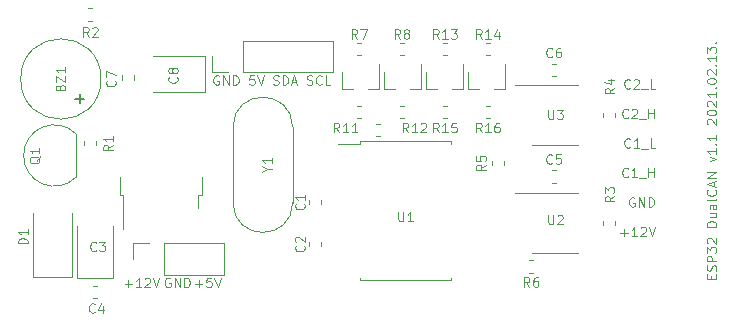
<source format=gto>
%TF.GenerationSoftware,KiCad,Pcbnew,(5.1.5)-3*%
%TF.CreationDate,2021-02-13T19:55:16+01:00*%
%TF.ProjectId,PSACANBridgeHW_v11,50534156-616e-4436-916e-427269646765,rev?*%
%TF.SameCoordinates,Original*%
%TF.FileFunction,Legend,Top*%
%TF.FilePolarity,Positive*%
%FSLAX46Y46*%
G04 Gerber Fmt 4.6, Leading zero omitted, Abs format (unit mm)*
G04 Created by KiCad (PCBNEW (5.1.5)-3) date 2021-02-13 19:55:16*
%MOMM*%
%LPD*%
G04 APERTURE LIST*
%ADD10C,0.100000*%
%ADD11C,0.120000*%
%ADD12C,0.150000*%
G04 APERTURE END LIST*
D10*
X134073976Y-122663000D02*
X133997785Y-122624904D01*
X133883500Y-122624904D01*
X133769214Y-122663000D01*
X133693023Y-122739190D01*
X133654928Y-122815380D01*
X133616833Y-122967761D01*
X133616833Y-123082047D01*
X133654928Y-123234428D01*
X133693023Y-123310619D01*
X133769214Y-123386809D01*
X133883500Y-123424904D01*
X133959690Y-123424904D01*
X134073976Y-123386809D01*
X134112071Y-123348714D01*
X134112071Y-123082047D01*
X133959690Y-123082047D01*
X134454928Y-123424904D02*
X134454928Y-122624904D01*
X134912071Y-123424904D01*
X134912071Y-122624904D01*
X135293023Y-123424904D02*
X135293023Y-122624904D01*
X135483500Y-122624904D01*
X135597785Y-122663000D01*
X135673976Y-122739190D01*
X135712071Y-122815380D01*
X135750166Y-122967761D01*
X135750166Y-123082047D01*
X135712071Y-123234428D01*
X135673976Y-123310619D01*
X135597785Y-123386809D01*
X135483500Y-123424904D01*
X135293023Y-123424904D01*
X137071126Y-122624904D02*
X136690173Y-122624904D01*
X136652078Y-123005857D01*
X136690173Y-122967761D01*
X136766364Y-122929666D01*
X136956840Y-122929666D01*
X137033030Y-122967761D01*
X137071126Y-123005857D01*
X137109221Y-123082047D01*
X137109221Y-123272523D01*
X137071126Y-123348714D01*
X137033030Y-123386809D01*
X136956840Y-123424904D01*
X136766364Y-123424904D01*
X136690173Y-123386809D01*
X136652078Y-123348714D01*
X137337792Y-122624904D02*
X137604459Y-123424904D01*
X137871126Y-122624904D01*
X132067428Y-140265142D02*
X132676952Y-140265142D01*
X132372190Y-140569904D02*
X132372190Y-139960380D01*
X133438857Y-139769904D02*
X133057904Y-139769904D01*
X133019809Y-140150857D01*
X133057904Y-140112761D01*
X133134095Y-140074666D01*
X133324571Y-140074666D01*
X133400761Y-140112761D01*
X133438857Y-140150857D01*
X133476952Y-140227047D01*
X133476952Y-140417523D01*
X133438857Y-140493714D01*
X133400761Y-140531809D01*
X133324571Y-140569904D01*
X133134095Y-140569904D01*
X133057904Y-140531809D01*
X133019809Y-140493714D01*
X133705523Y-139769904D02*
X133972190Y-140569904D01*
X134238857Y-139769904D01*
X129946476Y-139808000D02*
X129870285Y-139769904D01*
X129756000Y-139769904D01*
X129641714Y-139808000D01*
X129565523Y-139884190D01*
X129527428Y-139960380D01*
X129489333Y-140112761D01*
X129489333Y-140227047D01*
X129527428Y-140379428D01*
X129565523Y-140455619D01*
X129641714Y-140531809D01*
X129756000Y-140569904D01*
X129832190Y-140569904D01*
X129946476Y-140531809D01*
X129984571Y-140493714D01*
X129984571Y-140227047D01*
X129832190Y-140227047D01*
X130327428Y-140569904D02*
X130327428Y-139769904D01*
X130784571Y-140569904D01*
X130784571Y-139769904D01*
X131165523Y-140569904D02*
X131165523Y-139769904D01*
X131356000Y-139769904D01*
X131470285Y-139808000D01*
X131546476Y-139884190D01*
X131584571Y-139960380D01*
X131622666Y-140112761D01*
X131622666Y-140227047D01*
X131584571Y-140379428D01*
X131546476Y-140455619D01*
X131470285Y-140531809D01*
X131356000Y-140569904D01*
X131165523Y-140569904D01*
X126098476Y-140265142D02*
X126708000Y-140265142D01*
X126403238Y-140569904D02*
X126403238Y-139960380D01*
X127508000Y-140569904D02*
X127050857Y-140569904D01*
X127279428Y-140569904D02*
X127279428Y-139769904D01*
X127203238Y-139884190D01*
X127127047Y-139960380D01*
X127050857Y-139998476D01*
X127812761Y-139846095D02*
X127850857Y-139808000D01*
X127927047Y-139769904D01*
X128117523Y-139769904D01*
X128193714Y-139808000D01*
X128231809Y-139846095D01*
X128269904Y-139922285D01*
X128269904Y-139998476D01*
X128231809Y-140112761D01*
X127774666Y-140569904D01*
X128269904Y-140569904D01*
X128498476Y-139769904D02*
X128765142Y-140569904D01*
X129031809Y-139769904D01*
X168072000Y-135947142D02*
X168681524Y-135947142D01*
X168376762Y-136251904D02*
X168376762Y-135642380D01*
X169481524Y-136251904D02*
X169024381Y-136251904D01*
X169252952Y-136251904D02*
X169252952Y-135451904D01*
X169176762Y-135566190D01*
X169100571Y-135642380D01*
X169024381Y-135680476D01*
X169786285Y-135528095D02*
X169824381Y-135490000D01*
X169900571Y-135451904D01*
X170091047Y-135451904D01*
X170167238Y-135490000D01*
X170205333Y-135528095D01*
X170243428Y-135604285D01*
X170243428Y-135680476D01*
X170205333Y-135794761D01*
X169748190Y-136251904D01*
X170243428Y-136251904D01*
X170472000Y-135451904D02*
X170738666Y-136251904D01*
X171005333Y-135451904D01*
X169252952Y-132988100D02*
X169176761Y-132950004D01*
X169062476Y-132950004D01*
X168948190Y-132988100D01*
X168871999Y-133064290D01*
X168833904Y-133140480D01*
X168795809Y-133292861D01*
X168795809Y-133407147D01*
X168833904Y-133559528D01*
X168871999Y-133635719D01*
X168948190Y-133711909D01*
X169062476Y-133750004D01*
X169138666Y-133750004D01*
X169252952Y-133711909D01*
X169291047Y-133673814D01*
X169291047Y-133407147D01*
X169138666Y-133407147D01*
X169633904Y-133750004D02*
X169633904Y-132950004D01*
X170091047Y-133750004D01*
X170091047Y-132950004D01*
X170471999Y-133750004D02*
X170471999Y-132950004D01*
X170662476Y-132950004D01*
X170776761Y-132988100D01*
X170852952Y-133064290D01*
X170891047Y-133140480D01*
X170929142Y-133292861D01*
X170929142Y-133407147D01*
X170891047Y-133559528D01*
X170852952Y-133635719D01*
X170776761Y-133711909D01*
X170662476Y-133750004D01*
X170471999Y-133750004D01*
X168719619Y-131171914D02*
X168681523Y-131210009D01*
X168567238Y-131248104D01*
X168491047Y-131248104D01*
X168376762Y-131210009D01*
X168300571Y-131133819D01*
X168262476Y-131057628D01*
X168224381Y-130905247D01*
X168224381Y-130790961D01*
X168262476Y-130638580D01*
X168300571Y-130562390D01*
X168376762Y-130486200D01*
X168491047Y-130448104D01*
X168567238Y-130448104D01*
X168681523Y-130486200D01*
X168719619Y-130524295D01*
X169481523Y-131248104D02*
X169024381Y-131248104D01*
X169252952Y-131248104D02*
X169252952Y-130448104D01*
X169176762Y-130562390D01*
X169100571Y-130638580D01*
X169024381Y-130676676D01*
X169633904Y-131324295D02*
X170243428Y-131324295D01*
X170433904Y-131248104D02*
X170433904Y-130448104D01*
X170433904Y-130829057D02*
X170891047Y-130829057D01*
X170891047Y-131248104D02*
X170891047Y-130448104D01*
X168910095Y-128670014D02*
X168872000Y-128708109D01*
X168757714Y-128746204D01*
X168681523Y-128746204D01*
X168567238Y-128708109D01*
X168491047Y-128631919D01*
X168452952Y-128555728D01*
X168414857Y-128403347D01*
X168414857Y-128289061D01*
X168452952Y-128136680D01*
X168491047Y-128060490D01*
X168567238Y-127984300D01*
X168681523Y-127946204D01*
X168757714Y-127946204D01*
X168872000Y-127984300D01*
X168910095Y-128022395D01*
X169672000Y-128746204D02*
X169214857Y-128746204D01*
X169443428Y-128746204D02*
X169443428Y-127946204D01*
X169367238Y-128060490D01*
X169291047Y-128136680D01*
X169214857Y-128174776D01*
X169824380Y-128822395D02*
X170433904Y-128822395D01*
X171005333Y-128746204D02*
X170624380Y-128746204D01*
X170624380Y-127946204D01*
X168719619Y-126168114D02*
X168681523Y-126206209D01*
X168567238Y-126244304D01*
X168491047Y-126244304D01*
X168376762Y-126206209D01*
X168300571Y-126130019D01*
X168262476Y-126053828D01*
X168224381Y-125901447D01*
X168224381Y-125787161D01*
X168262476Y-125634780D01*
X168300571Y-125558590D01*
X168376762Y-125482400D01*
X168491047Y-125444304D01*
X168567238Y-125444304D01*
X168681523Y-125482400D01*
X168719619Y-125520495D01*
X169024381Y-125520495D02*
X169062476Y-125482400D01*
X169138666Y-125444304D01*
X169329142Y-125444304D01*
X169405333Y-125482400D01*
X169443428Y-125520495D01*
X169481523Y-125596685D01*
X169481523Y-125672876D01*
X169443428Y-125787161D01*
X168986285Y-126244304D01*
X169481523Y-126244304D01*
X169633904Y-126320495D02*
X170243428Y-126320495D01*
X170433904Y-126244304D02*
X170433904Y-125444304D01*
X170433904Y-125825257D02*
X170891047Y-125825257D01*
X170891047Y-126244304D02*
X170891047Y-125444304D01*
X168910095Y-123666214D02*
X168872000Y-123704309D01*
X168757714Y-123742404D01*
X168681523Y-123742404D01*
X168567238Y-123704309D01*
X168491047Y-123628119D01*
X168452952Y-123551928D01*
X168414857Y-123399547D01*
X168414857Y-123285261D01*
X168452952Y-123132880D01*
X168491047Y-123056690D01*
X168567238Y-122980500D01*
X168681523Y-122942404D01*
X168757714Y-122942404D01*
X168872000Y-122980500D01*
X168910095Y-123018595D01*
X169214857Y-123018595D02*
X169252952Y-122980500D01*
X169329142Y-122942404D01*
X169519619Y-122942404D01*
X169595809Y-122980500D01*
X169633904Y-123018595D01*
X169672000Y-123094785D01*
X169672000Y-123170976D01*
X169633904Y-123285261D01*
X169176761Y-123742404D01*
X169672000Y-123742404D01*
X169824380Y-123818595D02*
X170433904Y-123818595D01*
X171005333Y-123742404D02*
X170624380Y-123742404D01*
X170624380Y-122942404D01*
X141541619Y-123386809D02*
X141655904Y-123424904D01*
X141846380Y-123424904D01*
X141922571Y-123386809D01*
X141960666Y-123348714D01*
X141998761Y-123272523D01*
X141998761Y-123196333D01*
X141960666Y-123120142D01*
X141922571Y-123082047D01*
X141846380Y-123043952D01*
X141694000Y-123005857D01*
X141617809Y-122967761D01*
X141579714Y-122929666D01*
X141541619Y-122853476D01*
X141541619Y-122777285D01*
X141579714Y-122701095D01*
X141617809Y-122663000D01*
X141694000Y-122624904D01*
X141884476Y-122624904D01*
X141998761Y-122663000D01*
X142798761Y-123348714D02*
X142760666Y-123386809D01*
X142646380Y-123424904D01*
X142570190Y-123424904D01*
X142455904Y-123386809D01*
X142379714Y-123310619D01*
X142341619Y-123234428D01*
X142303523Y-123082047D01*
X142303523Y-122967761D01*
X142341619Y-122815380D01*
X142379714Y-122739190D01*
X142455904Y-122663000D01*
X142570190Y-122624904D01*
X142646380Y-122624904D01*
X142760666Y-122663000D01*
X142798761Y-122701095D01*
X143522571Y-123424904D02*
X143141619Y-123424904D01*
X143141619Y-122624904D01*
X138696847Y-123386809D02*
X138811133Y-123424904D01*
X139001609Y-123424904D01*
X139077799Y-123386809D01*
X139115895Y-123348714D01*
X139153990Y-123272523D01*
X139153990Y-123196333D01*
X139115895Y-123120142D01*
X139077799Y-123082047D01*
X139001609Y-123043952D01*
X138849228Y-123005857D01*
X138773037Y-122967761D01*
X138734942Y-122929666D01*
X138696847Y-122853476D01*
X138696847Y-122777285D01*
X138734942Y-122701095D01*
X138773037Y-122663000D01*
X138849228Y-122624904D01*
X139039704Y-122624904D01*
X139153990Y-122663000D01*
X139496847Y-123424904D02*
X139496847Y-122624904D01*
X139687323Y-122624904D01*
X139801609Y-122663000D01*
X139877799Y-122739190D01*
X139915895Y-122815380D01*
X139953990Y-122967761D01*
X139953990Y-123082047D01*
X139915895Y-123234428D01*
X139877799Y-123310619D01*
X139801609Y-123386809D01*
X139687323Y-123424904D01*
X139496847Y-123424904D01*
X140258752Y-123196333D02*
X140639704Y-123196333D01*
X140182561Y-123424904D02*
X140449228Y-122624904D01*
X140715895Y-123424904D01*
X175774357Y-139857500D02*
X175774357Y-139590833D01*
X176193404Y-139476547D02*
X176193404Y-139857500D01*
X175393404Y-139857500D01*
X175393404Y-139476547D01*
X176155309Y-139171785D02*
X176193404Y-139057500D01*
X176193404Y-138867023D01*
X176155309Y-138790833D01*
X176117214Y-138752738D01*
X176041023Y-138714642D01*
X175964833Y-138714642D01*
X175888642Y-138752738D01*
X175850547Y-138790833D01*
X175812452Y-138867023D01*
X175774357Y-139019404D01*
X175736261Y-139095595D01*
X175698166Y-139133690D01*
X175621976Y-139171785D01*
X175545785Y-139171785D01*
X175469595Y-139133690D01*
X175431500Y-139095595D01*
X175393404Y-139019404D01*
X175393404Y-138828928D01*
X175431500Y-138714642D01*
X176193404Y-138371785D02*
X175393404Y-138371785D01*
X175393404Y-138067023D01*
X175431500Y-137990833D01*
X175469595Y-137952738D01*
X175545785Y-137914642D01*
X175660071Y-137914642D01*
X175736261Y-137952738D01*
X175774357Y-137990833D01*
X175812452Y-138067023D01*
X175812452Y-138371785D01*
X175393404Y-137647976D02*
X175393404Y-137152738D01*
X175698166Y-137419404D01*
X175698166Y-137305119D01*
X175736261Y-137228928D01*
X175774357Y-137190833D01*
X175850547Y-137152738D01*
X176041023Y-137152738D01*
X176117214Y-137190833D01*
X176155309Y-137228928D01*
X176193404Y-137305119D01*
X176193404Y-137533690D01*
X176155309Y-137609880D01*
X176117214Y-137647976D01*
X175469595Y-136847976D02*
X175431500Y-136809880D01*
X175393404Y-136733690D01*
X175393404Y-136543214D01*
X175431500Y-136467023D01*
X175469595Y-136428928D01*
X175545785Y-136390833D01*
X175621976Y-136390833D01*
X175736261Y-136428928D01*
X176193404Y-136886071D01*
X176193404Y-136390833D01*
X176193404Y-135438452D02*
X175393404Y-135438452D01*
X175393404Y-135247976D01*
X175431500Y-135133690D01*
X175507690Y-135057500D01*
X175583880Y-135019404D01*
X175736261Y-134981309D01*
X175850547Y-134981309D01*
X176002928Y-135019404D01*
X176079119Y-135057500D01*
X176155309Y-135133690D01*
X176193404Y-135247976D01*
X176193404Y-135438452D01*
X175660071Y-134295595D02*
X176193404Y-134295595D01*
X175660071Y-134638452D02*
X176079119Y-134638452D01*
X176155309Y-134600357D01*
X176193404Y-134524166D01*
X176193404Y-134409880D01*
X176155309Y-134333690D01*
X176117214Y-134295595D01*
X176193404Y-133571785D02*
X175774357Y-133571785D01*
X175698166Y-133609880D01*
X175660071Y-133686071D01*
X175660071Y-133838452D01*
X175698166Y-133914642D01*
X176155309Y-133571785D02*
X176193404Y-133647976D01*
X176193404Y-133838452D01*
X176155309Y-133914642D01*
X176079119Y-133952738D01*
X176002928Y-133952738D01*
X175926738Y-133914642D01*
X175888642Y-133838452D01*
X175888642Y-133647976D01*
X175850547Y-133571785D01*
X176193404Y-133076547D02*
X176155309Y-133152738D01*
X176079119Y-133190833D01*
X175393404Y-133190833D01*
X176117214Y-132314642D02*
X176155309Y-132352738D01*
X176193404Y-132467023D01*
X176193404Y-132543214D01*
X176155309Y-132657500D01*
X176079119Y-132733690D01*
X176002928Y-132771785D01*
X175850547Y-132809880D01*
X175736261Y-132809880D01*
X175583880Y-132771785D01*
X175507690Y-132733690D01*
X175431500Y-132657500D01*
X175393404Y-132543214D01*
X175393404Y-132467023D01*
X175431500Y-132352738D01*
X175469595Y-132314642D01*
X175964833Y-132009880D02*
X175964833Y-131628928D01*
X176193404Y-132086071D02*
X175393404Y-131819404D01*
X176193404Y-131552738D01*
X176193404Y-131286071D02*
X175393404Y-131286071D01*
X176193404Y-130828928D01*
X175393404Y-130828928D01*
X175660071Y-129914642D02*
X176193404Y-129724166D01*
X175660071Y-129533690D01*
X176193404Y-128809880D02*
X176193404Y-129267023D01*
X176193404Y-129038452D02*
X175393404Y-129038452D01*
X175507690Y-129114642D01*
X175583880Y-129190833D01*
X175621976Y-129267023D01*
X176117214Y-128467023D02*
X176155309Y-128428928D01*
X176193404Y-128467023D01*
X176155309Y-128505119D01*
X176117214Y-128467023D01*
X176193404Y-128467023D01*
X176193404Y-127667023D02*
X176193404Y-128124166D01*
X176193404Y-127895595D02*
X175393404Y-127895595D01*
X175507690Y-127971785D01*
X175583880Y-128047976D01*
X175621976Y-128124166D01*
X175469595Y-126752738D02*
X175431500Y-126714642D01*
X175393404Y-126638452D01*
X175393404Y-126447976D01*
X175431500Y-126371785D01*
X175469595Y-126333690D01*
X175545785Y-126295595D01*
X175621976Y-126295595D01*
X175736261Y-126333690D01*
X176193404Y-126790833D01*
X176193404Y-126295595D01*
X175393404Y-125800357D02*
X175393404Y-125724166D01*
X175431500Y-125647976D01*
X175469595Y-125609880D01*
X175545785Y-125571785D01*
X175698166Y-125533690D01*
X175888642Y-125533690D01*
X176041023Y-125571785D01*
X176117214Y-125609880D01*
X176155309Y-125647976D01*
X176193404Y-125724166D01*
X176193404Y-125800357D01*
X176155309Y-125876547D01*
X176117214Y-125914642D01*
X176041023Y-125952738D01*
X175888642Y-125990833D01*
X175698166Y-125990833D01*
X175545785Y-125952738D01*
X175469595Y-125914642D01*
X175431500Y-125876547D01*
X175393404Y-125800357D01*
X175469595Y-125228928D02*
X175431500Y-125190833D01*
X175393404Y-125114642D01*
X175393404Y-124924166D01*
X175431500Y-124847976D01*
X175469595Y-124809880D01*
X175545785Y-124771785D01*
X175621976Y-124771785D01*
X175736261Y-124809880D01*
X176193404Y-125267023D01*
X176193404Y-124771785D01*
X176193404Y-124009880D02*
X176193404Y-124467023D01*
X176193404Y-124238452D02*
X175393404Y-124238452D01*
X175507690Y-124314642D01*
X175583880Y-124390833D01*
X175621976Y-124467023D01*
X176117214Y-123667023D02*
X176155309Y-123628928D01*
X176193404Y-123667023D01*
X176155309Y-123705119D01*
X176117214Y-123667023D01*
X176193404Y-123667023D01*
X175393404Y-123133690D02*
X175393404Y-123057500D01*
X175431500Y-122981309D01*
X175469595Y-122943214D01*
X175545785Y-122905119D01*
X175698166Y-122867023D01*
X175888642Y-122867023D01*
X176041023Y-122905119D01*
X176117214Y-122943214D01*
X176155309Y-122981309D01*
X176193404Y-123057500D01*
X176193404Y-123133690D01*
X176155309Y-123209880D01*
X176117214Y-123247976D01*
X176041023Y-123286071D01*
X175888642Y-123324166D01*
X175698166Y-123324166D01*
X175545785Y-123286071D01*
X175469595Y-123247976D01*
X175431500Y-123209880D01*
X175393404Y-123133690D01*
X175469595Y-122562261D02*
X175431500Y-122524166D01*
X175393404Y-122447976D01*
X175393404Y-122257500D01*
X175431500Y-122181309D01*
X175469595Y-122143214D01*
X175545785Y-122105119D01*
X175621976Y-122105119D01*
X175736261Y-122143214D01*
X176193404Y-122600357D01*
X176193404Y-122105119D01*
X176117214Y-121762261D02*
X176155309Y-121724166D01*
X176193404Y-121762261D01*
X176155309Y-121800357D01*
X176117214Y-121762261D01*
X176193404Y-121762261D01*
X176193404Y-120962261D02*
X176193404Y-121419404D01*
X176193404Y-121190833D02*
X175393404Y-121190833D01*
X175507690Y-121267023D01*
X175583880Y-121343214D01*
X175621976Y-121419404D01*
X175393404Y-120695595D02*
X175393404Y-120200357D01*
X175698166Y-120467023D01*
X175698166Y-120352738D01*
X175736261Y-120276547D01*
X175774357Y-120238452D01*
X175850547Y-120200357D01*
X176041023Y-120200357D01*
X176117214Y-120238452D01*
X176155309Y-120276547D01*
X176193404Y-120352738D01*
X176193404Y-120581309D01*
X176155309Y-120657500D01*
X176117214Y-120695595D01*
X176117214Y-119857500D02*
X176155309Y-119819404D01*
X176193404Y-119857500D01*
X176155309Y-119895595D01*
X176117214Y-119857500D01*
X176193404Y-119857500D01*
D11*
X160338733Y-139321000D02*
X160681267Y-139321000D01*
X160338733Y-138301000D02*
X160681267Y-138301000D01*
X133480500Y-122361000D02*
X133480500Y-121031000D01*
X134810500Y-122361000D02*
X133480500Y-122361000D01*
X136080500Y-122361000D02*
X136080500Y-119701000D01*
X136080500Y-119701000D02*
X143760500Y-119701000D01*
X136080500Y-122361000D02*
X143760500Y-122361000D01*
X143760500Y-122361000D02*
X143760500Y-119701000D01*
X162261733Y-131701000D02*
X162604267Y-131701000D01*
X162261733Y-130681000D02*
X162604267Y-130681000D01*
X146000000Y-128472000D02*
X144185000Y-128472000D01*
X146000000Y-128227000D02*
X146000000Y-128472000D01*
X149860000Y-128227000D02*
X146000000Y-128227000D01*
X153720000Y-128227000D02*
X153720000Y-128472000D01*
X149860000Y-128227000D02*
X153720000Y-128227000D01*
X146000000Y-139997000D02*
X146000000Y-139752000D01*
X149860000Y-139997000D02*
X146000000Y-139997000D01*
X153720000Y-139997000D02*
X153720000Y-139752000D01*
X149860000Y-139997000D02*
X153720000Y-139997000D01*
X147402733Y-127764000D02*
X147745267Y-127764000D01*
X147402733Y-126744000D02*
X147745267Y-126744000D01*
X158244000Y-130219267D02*
X158244000Y-129876733D01*
X157224000Y-130219267D02*
X157224000Y-129876733D01*
X162560000Y-132568000D02*
X159110000Y-132568000D01*
X162560000Y-132568000D02*
X164510000Y-132568000D01*
X162560000Y-137688000D02*
X160610000Y-137688000D01*
X162560000Y-137688000D02*
X164510000Y-137688000D01*
X162560000Y-123424000D02*
X159110000Y-123424000D01*
X162560000Y-123424000D02*
X164510000Y-123424000D01*
X162560000Y-128544000D02*
X160610000Y-128544000D01*
X162560000Y-128544000D02*
X164510000Y-128544000D01*
X135270000Y-127002000D02*
X135270000Y-133402000D01*
X140320000Y-127002000D02*
X140320000Y-133402000D01*
X135270000Y-133402000D02*
G75*
G03X140320000Y-133402000I2525000J0D01*
G01*
X135270000Y-127002000D02*
G75*
G02X140320000Y-127002000I2525000J0D01*
G01*
X132339000Y-132772000D02*
X132339000Y-133872000D01*
X132609000Y-132772000D02*
X132339000Y-132772000D01*
X132609000Y-131272000D02*
X132609000Y-132772000D01*
X125979000Y-132772000D02*
X125979000Y-135602000D01*
X125709000Y-132772000D02*
X125979000Y-132772000D01*
X125709000Y-131272000D02*
X125709000Y-132772000D01*
X156673733Y-126240000D02*
X157016267Y-126240000D01*
X156673733Y-125220000D02*
X157016267Y-125220000D01*
X153033065Y-126240000D02*
X153375599Y-126240000D01*
X153033065Y-125220000D02*
X153375599Y-125220000D01*
X157016267Y-119886000D02*
X156673733Y-119886000D01*
X157016267Y-120906000D02*
X156673733Y-120906000D01*
X153375599Y-119886000D02*
X153033065Y-119886000D01*
X153375599Y-120906000D02*
X153033065Y-120906000D01*
X149392399Y-126240000D02*
X149734933Y-126240000D01*
X149392399Y-125220000D02*
X149734933Y-125220000D01*
X145751733Y-126240000D02*
X146094267Y-126240000D01*
X145751733Y-125220000D02*
X146094267Y-125220000D01*
X149734933Y-119886000D02*
X149392399Y-119886000D01*
X149734933Y-120906000D02*
X149392399Y-120906000D01*
X146094267Y-119886000D02*
X145751733Y-119886000D01*
X146094267Y-120906000D02*
X145751733Y-120906000D01*
X166622000Y-125812733D02*
X166622000Y-126155267D01*
X167642000Y-125812733D02*
X167642000Y-126155267D01*
X166622000Y-134956733D02*
X166622000Y-135299267D01*
X167642000Y-134956733D02*
X167642000Y-135299267D01*
X123018733Y-117985000D02*
X123361267Y-117985000D01*
X123018733Y-116965000D02*
X123361267Y-116965000D01*
X123700000Y-128554267D02*
X123700000Y-128211733D01*
X122680000Y-128554267D02*
X122680000Y-128211733D01*
X155138000Y-123823000D02*
X155138000Y-122363000D01*
X158298000Y-123823000D02*
X158298000Y-121663000D01*
X158298000Y-123823000D02*
X157368000Y-123823000D01*
X155138000Y-123823000D02*
X156068000Y-123823000D01*
X151582000Y-123823000D02*
X151582000Y-122363000D01*
X154742000Y-123823000D02*
X154742000Y-121663000D01*
X154742000Y-123823000D02*
X153812000Y-123823000D01*
X151582000Y-123823000D02*
X152512000Y-123823000D01*
X148026000Y-123823000D02*
X148026000Y-122363000D01*
X151186000Y-123823000D02*
X151186000Y-121663000D01*
X151186000Y-123823000D02*
X150256000Y-123823000D01*
X148026000Y-123823000D02*
X148956000Y-123823000D01*
X144470000Y-123823000D02*
X144470000Y-122363000D01*
X147630000Y-123823000D02*
X147630000Y-121663000D01*
X147630000Y-123823000D02*
X146700000Y-123823000D01*
X144470000Y-123823000D02*
X145400000Y-123823000D01*
X121992000Y-131213000D02*
X121992000Y-127613000D01*
X121980478Y-127574522D02*
G75*
G03X117542000Y-129413000I-1838478J-1838478D01*
G01*
X121980478Y-131251478D02*
G75*
G02X117542000Y-129413000I-1838478J1838478D01*
G01*
X126813000Y-138176000D02*
X126813000Y-136846000D01*
X126813000Y-136846000D02*
X128143000Y-136846000D01*
X129413000Y-136846000D02*
X134553000Y-136846000D01*
X134553000Y-139506000D02*
X134553000Y-136846000D01*
X129413000Y-139506000D02*
X134553000Y-139506000D01*
X129413000Y-139506000D02*
X129413000Y-136846000D01*
X118365000Y-139671000D02*
X118365000Y-134271000D01*
X121665000Y-139671000D02*
X121665000Y-134271000D01*
X118365000Y-139671000D02*
X121665000Y-139671000D01*
X132873500Y-120981500D02*
X128488500Y-120981500D01*
X132873500Y-124001500D02*
X132873500Y-120981500D01*
X128488500Y-124001500D02*
X132873500Y-124001500D01*
X125855000Y-122637733D02*
X125855000Y-122980267D01*
X126875000Y-122637733D02*
X126875000Y-122980267D01*
X162261733Y-122684000D02*
X162604267Y-122684000D01*
X162261733Y-121664000D02*
X162604267Y-121664000D01*
X123742267Y-140460000D02*
X123399733Y-140460000D01*
X123742267Y-141480000D02*
X123399733Y-141480000D01*
X125081000Y-139795000D02*
X125081000Y-135410000D01*
X122061000Y-139795000D02*
X125081000Y-139795000D01*
X122061000Y-135410000D02*
X122061000Y-139795000D01*
X141730000Y-136734733D02*
X141730000Y-137077267D01*
X142750000Y-136734733D02*
X142750000Y-137077267D01*
X142750000Y-133521267D02*
X142750000Y-133178733D01*
X141730000Y-133521267D02*
X141730000Y-133178733D01*
X124101000Y-122936000D02*
G75*
G03X124101000Y-122936000I-3400000J0D01*
G01*
D10*
X160376666Y-140506404D02*
X160110000Y-140125452D01*
X159919523Y-140506404D02*
X159919523Y-139706404D01*
X160224285Y-139706404D01*
X160300476Y-139744500D01*
X160338571Y-139782595D01*
X160376666Y-139858785D01*
X160376666Y-139973071D01*
X160338571Y-140049261D01*
X160300476Y-140087357D01*
X160224285Y-140125452D01*
X159919523Y-140125452D01*
X161062380Y-139706404D02*
X160910000Y-139706404D01*
X160833809Y-139744500D01*
X160795714Y-139782595D01*
X160719523Y-139896880D01*
X160681428Y-140049261D01*
X160681428Y-140354023D01*
X160719523Y-140430214D01*
X160757619Y-140468309D01*
X160833809Y-140506404D01*
X160986190Y-140506404D01*
X161062380Y-140468309D01*
X161100476Y-140430214D01*
X161138571Y-140354023D01*
X161138571Y-140163547D01*
X161100476Y-140087357D01*
X161062380Y-140049261D01*
X160986190Y-140011166D01*
X160833809Y-140011166D01*
X160757619Y-140049261D01*
X160719523Y-140087357D01*
X160681428Y-140163547D01*
X162299666Y-130046714D02*
X162261571Y-130084809D01*
X162147285Y-130122904D01*
X162071095Y-130122904D01*
X161956809Y-130084809D01*
X161880619Y-130008619D01*
X161842523Y-129932428D01*
X161804428Y-129780047D01*
X161804428Y-129665761D01*
X161842523Y-129513380D01*
X161880619Y-129437190D01*
X161956809Y-129361000D01*
X162071095Y-129322904D01*
X162147285Y-129322904D01*
X162261571Y-129361000D01*
X162299666Y-129399095D01*
X163023476Y-129322904D02*
X162642523Y-129322904D01*
X162604428Y-129703857D01*
X162642523Y-129665761D01*
X162718714Y-129627666D01*
X162909190Y-129627666D01*
X162985380Y-129665761D01*
X163023476Y-129703857D01*
X163061571Y-129780047D01*
X163061571Y-129970523D01*
X163023476Y-130046714D01*
X162985380Y-130084809D01*
X162909190Y-130122904D01*
X162718714Y-130122904D01*
X162642523Y-130084809D01*
X162604428Y-130046714D01*
X149250476Y-134181904D02*
X149250476Y-134829523D01*
X149288571Y-134905714D01*
X149326666Y-134943809D01*
X149402857Y-134981904D01*
X149555238Y-134981904D01*
X149631428Y-134943809D01*
X149669523Y-134905714D01*
X149707619Y-134829523D01*
X149707619Y-134181904D01*
X150507619Y-134981904D02*
X150050476Y-134981904D01*
X150279047Y-134981904D02*
X150279047Y-134181904D01*
X150202857Y-134296190D01*
X150126666Y-134372380D01*
X150050476Y-134410476D01*
X156665904Y-130181333D02*
X156284952Y-130448000D01*
X156665904Y-130638476D02*
X155865904Y-130638476D01*
X155865904Y-130333714D01*
X155904000Y-130257523D01*
X155942095Y-130219428D01*
X156018285Y-130181333D01*
X156132571Y-130181333D01*
X156208761Y-130219428D01*
X156246857Y-130257523D01*
X156284952Y-130333714D01*
X156284952Y-130638476D01*
X155865904Y-129457523D02*
X155865904Y-129838476D01*
X156246857Y-129876571D01*
X156208761Y-129838476D01*
X156170666Y-129762285D01*
X156170666Y-129571809D01*
X156208761Y-129495619D01*
X156246857Y-129457523D01*
X156323047Y-129419428D01*
X156513523Y-129419428D01*
X156589714Y-129457523D01*
X156627809Y-129495619D01*
X156665904Y-129571809D01*
X156665904Y-129762285D01*
X156627809Y-129838476D01*
X156589714Y-129876571D01*
X161950476Y-134435904D02*
X161950476Y-135083523D01*
X161988571Y-135159714D01*
X162026666Y-135197809D01*
X162102857Y-135235904D01*
X162255238Y-135235904D01*
X162331428Y-135197809D01*
X162369523Y-135159714D01*
X162407619Y-135083523D01*
X162407619Y-134435904D01*
X162750476Y-134512095D02*
X162788571Y-134474000D01*
X162864761Y-134435904D01*
X163055238Y-134435904D01*
X163131428Y-134474000D01*
X163169523Y-134512095D01*
X163207619Y-134588285D01*
X163207619Y-134664476D01*
X163169523Y-134778761D01*
X162712380Y-135235904D01*
X163207619Y-135235904D01*
X161950476Y-125545904D02*
X161950476Y-126193523D01*
X161988571Y-126269714D01*
X162026666Y-126307809D01*
X162102857Y-126345904D01*
X162255238Y-126345904D01*
X162331428Y-126307809D01*
X162369523Y-126269714D01*
X162407619Y-126193523D01*
X162407619Y-125545904D01*
X162712380Y-125545904D02*
X163207619Y-125545904D01*
X162940952Y-125850666D01*
X163055238Y-125850666D01*
X163131428Y-125888761D01*
X163169523Y-125926857D01*
X163207619Y-126003047D01*
X163207619Y-126193523D01*
X163169523Y-126269714D01*
X163131428Y-126307809D01*
X163055238Y-126345904D01*
X162826666Y-126345904D01*
X162750476Y-126307809D01*
X162712380Y-126269714D01*
X138156952Y-130555952D02*
X138537904Y-130555952D01*
X137737904Y-130822619D02*
X138156952Y-130555952D01*
X137737904Y-130289285D01*
X138537904Y-129603571D02*
X138537904Y-130060714D01*
X138537904Y-129832142D02*
X137737904Y-129832142D01*
X137852190Y-129908333D01*
X137928380Y-129984523D01*
X137966476Y-130060714D01*
X156330714Y-127455904D02*
X156064047Y-127074952D01*
X155873571Y-127455904D02*
X155873571Y-126655904D01*
X156178333Y-126655904D01*
X156254523Y-126694000D01*
X156292619Y-126732095D01*
X156330714Y-126808285D01*
X156330714Y-126922571D01*
X156292619Y-126998761D01*
X156254523Y-127036857D01*
X156178333Y-127074952D01*
X155873571Y-127074952D01*
X157092619Y-127455904D02*
X156635476Y-127455904D01*
X156864047Y-127455904D02*
X156864047Y-126655904D01*
X156787857Y-126770190D01*
X156711666Y-126846380D01*
X156635476Y-126884476D01*
X157778333Y-126655904D02*
X157625952Y-126655904D01*
X157549761Y-126694000D01*
X157511666Y-126732095D01*
X157435476Y-126846380D01*
X157397380Y-126998761D01*
X157397380Y-127303523D01*
X157435476Y-127379714D01*
X157473571Y-127417809D01*
X157549761Y-127455904D01*
X157702142Y-127455904D01*
X157778333Y-127417809D01*
X157816428Y-127379714D01*
X157854523Y-127303523D01*
X157854523Y-127113047D01*
X157816428Y-127036857D01*
X157778333Y-126998761D01*
X157702142Y-126960666D01*
X157549761Y-126960666D01*
X157473571Y-126998761D01*
X157435476Y-127036857D01*
X157397380Y-127113047D01*
X152690046Y-127455904D02*
X152423379Y-127074952D01*
X152232903Y-127455904D02*
X152232903Y-126655904D01*
X152537665Y-126655904D01*
X152613855Y-126694000D01*
X152651951Y-126732095D01*
X152690046Y-126808285D01*
X152690046Y-126922571D01*
X152651951Y-126998761D01*
X152613855Y-127036857D01*
X152537665Y-127074952D01*
X152232903Y-127074952D01*
X153451951Y-127455904D02*
X152994808Y-127455904D01*
X153223379Y-127455904D02*
X153223379Y-126655904D01*
X153147189Y-126770190D01*
X153070998Y-126846380D01*
X152994808Y-126884476D01*
X154175760Y-126655904D02*
X153794808Y-126655904D01*
X153756712Y-127036857D01*
X153794808Y-126998761D01*
X153870998Y-126960666D01*
X154061474Y-126960666D01*
X154137665Y-126998761D01*
X154175760Y-127036857D01*
X154213855Y-127113047D01*
X154213855Y-127303523D01*
X154175760Y-127379714D01*
X154137665Y-127417809D01*
X154061474Y-127455904D01*
X153870998Y-127455904D01*
X153794808Y-127417809D01*
X153756712Y-127379714D01*
X156330714Y-119520904D02*
X156064047Y-119139952D01*
X155873571Y-119520904D02*
X155873571Y-118720904D01*
X156178333Y-118720904D01*
X156254523Y-118759000D01*
X156292619Y-118797095D01*
X156330714Y-118873285D01*
X156330714Y-118987571D01*
X156292619Y-119063761D01*
X156254523Y-119101857D01*
X156178333Y-119139952D01*
X155873571Y-119139952D01*
X157092619Y-119520904D02*
X156635476Y-119520904D01*
X156864047Y-119520904D02*
X156864047Y-118720904D01*
X156787857Y-118835190D01*
X156711666Y-118911380D01*
X156635476Y-118949476D01*
X157778333Y-118987571D02*
X157778333Y-119520904D01*
X157587857Y-118682809D02*
X157397380Y-119254238D01*
X157892619Y-119254238D01*
X152690046Y-119520904D02*
X152423379Y-119139952D01*
X152232903Y-119520904D02*
X152232903Y-118720904D01*
X152537665Y-118720904D01*
X152613855Y-118759000D01*
X152651951Y-118797095D01*
X152690046Y-118873285D01*
X152690046Y-118987571D01*
X152651951Y-119063761D01*
X152613855Y-119101857D01*
X152537665Y-119139952D01*
X152232903Y-119139952D01*
X153451951Y-119520904D02*
X152994808Y-119520904D01*
X153223379Y-119520904D02*
X153223379Y-118720904D01*
X153147189Y-118835190D01*
X153070998Y-118911380D01*
X152994808Y-118949476D01*
X153718617Y-118720904D02*
X154213855Y-118720904D01*
X153947189Y-119025666D01*
X154061474Y-119025666D01*
X154137665Y-119063761D01*
X154175760Y-119101857D01*
X154213855Y-119178047D01*
X154213855Y-119368523D01*
X154175760Y-119444714D01*
X154137665Y-119482809D01*
X154061474Y-119520904D01*
X153832903Y-119520904D01*
X153756712Y-119482809D01*
X153718617Y-119444714D01*
X150107714Y-127455904D02*
X149841047Y-127074952D01*
X149650571Y-127455904D02*
X149650571Y-126655904D01*
X149955333Y-126655904D01*
X150031523Y-126694000D01*
X150069619Y-126732095D01*
X150107714Y-126808285D01*
X150107714Y-126922571D01*
X150069619Y-126998761D01*
X150031523Y-127036857D01*
X149955333Y-127074952D01*
X149650571Y-127074952D01*
X150869619Y-127455904D02*
X150412476Y-127455904D01*
X150641047Y-127455904D02*
X150641047Y-126655904D01*
X150564857Y-126770190D01*
X150488666Y-126846380D01*
X150412476Y-126884476D01*
X151174380Y-126732095D02*
X151212476Y-126694000D01*
X151288666Y-126655904D01*
X151479142Y-126655904D01*
X151555333Y-126694000D01*
X151593428Y-126732095D01*
X151631523Y-126808285D01*
X151631523Y-126884476D01*
X151593428Y-126998761D01*
X151136285Y-127455904D01*
X151631523Y-127455904D01*
X144265714Y-127455904D02*
X143999047Y-127074952D01*
X143808571Y-127455904D02*
X143808571Y-126655904D01*
X144113333Y-126655904D01*
X144189523Y-126694000D01*
X144227619Y-126732095D01*
X144265714Y-126808285D01*
X144265714Y-126922571D01*
X144227619Y-126998761D01*
X144189523Y-127036857D01*
X144113333Y-127074952D01*
X143808571Y-127074952D01*
X145027619Y-127455904D02*
X144570476Y-127455904D01*
X144799047Y-127455904D02*
X144799047Y-126655904D01*
X144722857Y-126770190D01*
X144646666Y-126846380D01*
X144570476Y-126884476D01*
X145789523Y-127455904D02*
X145332380Y-127455904D01*
X145560952Y-127455904D02*
X145560952Y-126655904D01*
X145484761Y-126770190D01*
X145408571Y-126846380D01*
X145332380Y-126884476D01*
X149430332Y-119520904D02*
X149163666Y-119139952D01*
X148973189Y-119520904D02*
X148973189Y-118720904D01*
X149277951Y-118720904D01*
X149354142Y-118759000D01*
X149392237Y-118797095D01*
X149430332Y-118873285D01*
X149430332Y-118987571D01*
X149392237Y-119063761D01*
X149354142Y-119101857D01*
X149277951Y-119139952D01*
X148973189Y-119139952D01*
X149887475Y-119063761D02*
X149811285Y-119025666D01*
X149773189Y-118987571D01*
X149735094Y-118911380D01*
X149735094Y-118873285D01*
X149773189Y-118797095D01*
X149811285Y-118759000D01*
X149887475Y-118720904D01*
X150039856Y-118720904D01*
X150116046Y-118759000D01*
X150154142Y-118797095D01*
X150192237Y-118873285D01*
X150192237Y-118911380D01*
X150154142Y-118987571D01*
X150116046Y-119025666D01*
X150039856Y-119063761D01*
X149887475Y-119063761D01*
X149811285Y-119101857D01*
X149773189Y-119139952D01*
X149735094Y-119216142D01*
X149735094Y-119368523D01*
X149773189Y-119444714D01*
X149811285Y-119482809D01*
X149887475Y-119520904D01*
X150039856Y-119520904D01*
X150116046Y-119482809D01*
X150154142Y-119444714D01*
X150192237Y-119368523D01*
X150192237Y-119216142D01*
X150154142Y-119139952D01*
X150116046Y-119101857D01*
X150039856Y-119063761D01*
X145789666Y-119520904D02*
X145523000Y-119139952D01*
X145332523Y-119520904D02*
X145332523Y-118720904D01*
X145637285Y-118720904D01*
X145713476Y-118759000D01*
X145751571Y-118797095D01*
X145789666Y-118873285D01*
X145789666Y-118987571D01*
X145751571Y-119063761D01*
X145713476Y-119101857D01*
X145637285Y-119139952D01*
X145332523Y-119139952D01*
X146056333Y-118720904D02*
X146589666Y-118720904D01*
X146246809Y-119520904D01*
X167557404Y-123704333D02*
X167176452Y-123971000D01*
X167557404Y-124161476D02*
X166757404Y-124161476D01*
X166757404Y-123856714D01*
X166795500Y-123780523D01*
X166833595Y-123742428D01*
X166909785Y-123704333D01*
X167024071Y-123704333D01*
X167100261Y-123742428D01*
X167138357Y-123780523D01*
X167176452Y-123856714D01*
X167176452Y-124161476D01*
X167024071Y-123018619D02*
X167557404Y-123018619D01*
X166719309Y-123209095D02*
X167290738Y-123399571D01*
X167290738Y-122904333D01*
X167557404Y-132848333D02*
X167176452Y-133115000D01*
X167557404Y-133305476D02*
X166757404Y-133305476D01*
X166757404Y-133000714D01*
X166795500Y-132924523D01*
X166833595Y-132886428D01*
X166909785Y-132848333D01*
X167024071Y-132848333D01*
X167100261Y-132886428D01*
X167138357Y-132924523D01*
X167176452Y-133000714D01*
X167176452Y-133305476D01*
X166757404Y-132581666D02*
X166757404Y-132086428D01*
X167062166Y-132353095D01*
X167062166Y-132238809D01*
X167100261Y-132162619D01*
X167138357Y-132124523D01*
X167214547Y-132086428D01*
X167405023Y-132086428D01*
X167481214Y-132124523D01*
X167519309Y-132162619D01*
X167557404Y-132238809D01*
X167557404Y-132467380D01*
X167519309Y-132543571D01*
X167481214Y-132581666D01*
X123056666Y-119360904D02*
X122790000Y-118979952D01*
X122599523Y-119360904D02*
X122599523Y-118560904D01*
X122904285Y-118560904D01*
X122980476Y-118599000D01*
X123018571Y-118637095D01*
X123056666Y-118713285D01*
X123056666Y-118827571D01*
X123018571Y-118903761D01*
X122980476Y-118941857D01*
X122904285Y-118979952D01*
X122599523Y-118979952D01*
X123361428Y-118637095D02*
X123399523Y-118599000D01*
X123475714Y-118560904D01*
X123666190Y-118560904D01*
X123742380Y-118599000D01*
X123780476Y-118637095D01*
X123818571Y-118713285D01*
X123818571Y-118789476D01*
X123780476Y-118903761D01*
X123323333Y-119360904D01*
X123818571Y-119360904D01*
X125075904Y-128516333D02*
X124694952Y-128783000D01*
X125075904Y-128973476D02*
X124275904Y-128973476D01*
X124275904Y-128668714D01*
X124314000Y-128592523D01*
X124352095Y-128554428D01*
X124428285Y-128516333D01*
X124542571Y-128516333D01*
X124618761Y-128554428D01*
X124656857Y-128592523D01*
X124694952Y-128668714D01*
X124694952Y-128973476D01*
X125075904Y-127754428D02*
X125075904Y-128211571D01*
X125075904Y-127983000D02*
X124275904Y-127983000D01*
X124390190Y-128059190D01*
X124466380Y-128135380D01*
X124504476Y-128211571D01*
X118929095Y-129489190D02*
X118891000Y-129565380D01*
X118814809Y-129641571D01*
X118700523Y-129755857D01*
X118662428Y-129832047D01*
X118662428Y-129908238D01*
X118852904Y-129870142D02*
X118814809Y-129946333D01*
X118738619Y-130022523D01*
X118586238Y-130060619D01*
X118319571Y-130060619D01*
X118167190Y-130022523D01*
X118091000Y-129946333D01*
X118052904Y-129870142D01*
X118052904Y-129717761D01*
X118091000Y-129641571D01*
X118167190Y-129565380D01*
X118319571Y-129527285D01*
X118586238Y-129527285D01*
X118738619Y-129565380D01*
X118814809Y-129641571D01*
X118852904Y-129717761D01*
X118852904Y-129870142D01*
X118852904Y-128765380D02*
X118852904Y-129222523D01*
X118852904Y-128993952D02*
X118052904Y-128993952D01*
X118167190Y-129070142D01*
X118243380Y-129146333D01*
X118281476Y-129222523D01*
X117876904Y-136861476D02*
X117076904Y-136861476D01*
X117076904Y-136671000D01*
X117115000Y-136556714D01*
X117191190Y-136480523D01*
X117267380Y-136442428D01*
X117419761Y-136404333D01*
X117534047Y-136404333D01*
X117686428Y-136442428D01*
X117762619Y-136480523D01*
X117838809Y-136556714D01*
X117876904Y-136671000D01*
X117876904Y-136861476D01*
X117876904Y-135642428D02*
X117876904Y-136099571D01*
X117876904Y-135871000D02*
X117076904Y-135871000D01*
X117191190Y-135947190D01*
X117267380Y-136023380D01*
X117305476Y-136099571D01*
X130524214Y-122751833D02*
X130562309Y-122789928D01*
X130600404Y-122904214D01*
X130600404Y-122980404D01*
X130562309Y-123094690D01*
X130486119Y-123170880D01*
X130409928Y-123208976D01*
X130257547Y-123247071D01*
X130143261Y-123247071D01*
X129990880Y-123208976D01*
X129914690Y-123170880D01*
X129838500Y-123094690D01*
X129800404Y-122980404D01*
X129800404Y-122904214D01*
X129838500Y-122789928D01*
X129876595Y-122751833D01*
X130143261Y-122294690D02*
X130105166Y-122370880D01*
X130067071Y-122408976D01*
X129990880Y-122447071D01*
X129952785Y-122447071D01*
X129876595Y-122408976D01*
X129838500Y-122370880D01*
X129800404Y-122294690D01*
X129800404Y-122142309D01*
X129838500Y-122066119D01*
X129876595Y-122028023D01*
X129952785Y-121989928D01*
X129990880Y-121989928D01*
X130067071Y-122028023D01*
X130105166Y-122066119D01*
X130143261Y-122142309D01*
X130143261Y-122294690D01*
X130181357Y-122370880D01*
X130219452Y-122408976D01*
X130295642Y-122447071D01*
X130448023Y-122447071D01*
X130524214Y-122408976D01*
X130562309Y-122370880D01*
X130600404Y-122294690D01*
X130600404Y-122142309D01*
X130562309Y-122066119D01*
X130524214Y-122028023D01*
X130448023Y-121989928D01*
X130295642Y-121989928D01*
X130219452Y-122028023D01*
X130181357Y-122066119D01*
X130143261Y-122142309D01*
X125253714Y-123069333D02*
X125291809Y-123107428D01*
X125329904Y-123221714D01*
X125329904Y-123297904D01*
X125291809Y-123412190D01*
X125215619Y-123488380D01*
X125139428Y-123526476D01*
X124987047Y-123564571D01*
X124872761Y-123564571D01*
X124720380Y-123526476D01*
X124644190Y-123488380D01*
X124568000Y-123412190D01*
X124529904Y-123297904D01*
X124529904Y-123221714D01*
X124568000Y-123107428D01*
X124606095Y-123069333D01*
X124529904Y-122802666D02*
X124529904Y-122269333D01*
X125329904Y-122612190D01*
X162299666Y-121029714D02*
X162261571Y-121067809D01*
X162147285Y-121105904D01*
X162071095Y-121105904D01*
X161956809Y-121067809D01*
X161880619Y-120991619D01*
X161842523Y-120915428D01*
X161804428Y-120763047D01*
X161804428Y-120648761D01*
X161842523Y-120496380D01*
X161880619Y-120420190D01*
X161956809Y-120344000D01*
X162071095Y-120305904D01*
X162147285Y-120305904D01*
X162261571Y-120344000D01*
X162299666Y-120382095D01*
X162985380Y-120305904D02*
X162833000Y-120305904D01*
X162756809Y-120344000D01*
X162718714Y-120382095D01*
X162642523Y-120496380D01*
X162604428Y-120648761D01*
X162604428Y-120953523D01*
X162642523Y-121029714D01*
X162680619Y-121067809D01*
X162756809Y-121105904D01*
X162909190Y-121105904D01*
X162985380Y-121067809D01*
X163023476Y-121029714D01*
X163061571Y-120953523D01*
X163061571Y-120763047D01*
X163023476Y-120686857D01*
X162985380Y-120648761D01*
X162909190Y-120610666D01*
X162756809Y-120610666D01*
X162680619Y-120648761D01*
X162642523Y-120686857D01*
X162604428Y-120763047D01*
X123564666Y-142652714D02*
X123526571Y-142690809D01*
X123412285Y-142728904D01*
X123336095Y-142728904D01*
X123221809Y-142690809D01*
X123145619Y-142614619D01*
X123107523Y-142538428D01*
X123069428Y-142386047D01*
X123069428Y-142271761D01*
X123107523Y-142119380D01*
X123145619Y-142043190D01*
X123221809Y-141967000D01*
X123336095Y-141928904D01*
X123412285Y-141928904D01*
X123526571Y-141967000D01*
X123564666Y-142005095D01*
X124250380Y-142195571D02*
X124250380Y-142728904D01*
X124059904Y-141890809D02*
X123869428Y-142462238D01*
X124364666Y-142462238D01*
X123691666Y-137445714D02*
X123653571Y-137483809D01*
X123539285Y-137521904D01*
X123463095Y-137521904D01*
X123348809Y-137483809D01*
X123272619Y-137407619D01*
X123234523Y-137331428D01*
X123196428Y-137179047D01*
X123196428Y-137064761D01*
X123234523Y-136912380D01*
X123272619Y-136836190D01*
X123348809Y-136760000D01*
X123463095Y-136721904D01*
X123539285Y-136721904D01*
X123653571Y-136760000D01*
X123691666Y-136798095D01*
X123958333Y-136721904D02*
X124453571Y-136721904D01*
X124186904Y-137026666D01*
X124301190Y-137026666D01*
X124377380Y-137064761D01*
X124415476Y-137102857D01*
X124453571Y-137179047D01*
X124453571Y-137369523D01*
X124415476Y-137445714D01*
X124377380Y-137483809D01*
X124301190Y-137521904D01*
X124072619Y-137521904D01*
X123996428Y-137483809D01*
X123958333Y-137445714D01*
X141255714Y-137039333D02*
X141293809Y-137077428D01*
X141331904Y-137191714D01*
X141331904Y-137267904D01*
X141293809Y-137382190D01*
X141217619Y-137458380D01*
X141141428Y-137496476D01*
X140989047Y-137534571D01*
X140874761Y-137534571D01*
X140722380Y-137496476D01*
X140646190Y-137458380D01*
X140570000Y-137382190D01*
X140531904Y-137267904D01*
X140531904Y-137191714D01*
X140570000Y-137077428D01*
X140608095Y-137039333D01*
X140608095Y-136734571D02*
X140570000Y-136696476D01*
X140531904Y-136620285D01*
X140531904Y-136429809D01*
X140570000Y-136353619D01*
X140608095Y-136315523D01*
X140684285Y-136277428D01*
X140760476Y-136277428D01*
X140874761Y-136315523D01*
X141331904Y-136772666D01*
X141331904Y-136277428D01*
X141255714Y-133483333D02*
X141293809Y-133521428D01*
X141331904Y-133635714D01*
X141331904Y-133711904D01*
X141293809Y-133826190D01*
X141217619Y-133902380D01*
X141141428Y-133940476D01*
X140989047Y-133978571D01*
X140874761Y-133978571D01*
X140722380Y-133940476D01*
X140646190Y-133902380D01*
X140570000Y-133826190D01*
X140531904Y-133711904D01*
X140531904Y-133635714D01*
X140570000Y-133521428D01*
X140608095Y-133483333D01*
X141331904Y-132721428D02*
X141331904Y-133178571D01*
X141331904Y-132950000D02*
X140531904Y-132950000D01*
X140646190Y-133026190D01*
X140722380Y-133102380D01*
X140760476Y-133178571D01*
X120643857Y-123640761D02*
X120681952Y-123526476D01*
X120720047Y-123488380D01*
X120796238Y-123450285D01*
X120910523Y-123450285D01*
X120986714Y-123488380D01*
X121024809Y-123526476D01*
X121062904Y-123602666D01*
X121062904Y-123907428D01*
X120262904Y-123907428D01*
X120262904Y-123640761D01*
X120301000Y-123564571D01*
X120339095Y-123526476D01*
X120415285Y-123488380D01*
X120491476Y-123488380D01*
X120567666Y-123526476D01*
X120605761Y-123564571D01*
X120643857Y-123640761D01*
X120643857Y-123907428D01*
X120262904Y-123183619D02*
X120262904Y-122650285D01*
X121062904Y-123183619D01*
X121062904Y-122650285D01*
X121062904Y-121926476D02*
X121062904Y-122383619D01*
X121062904Y-122155047D02*
X120262904Y-122155047D01*
X120377190Y-122231238D01*
X120453380Y-122307428D01*
X120491476Y-122383619D01*
D12*
X121920047Y-124607428D02*
X122681952Y-124607428D01*
X122301000Y-124988380D02*
X122301000Y-124226476D01*
M02*

</source>
